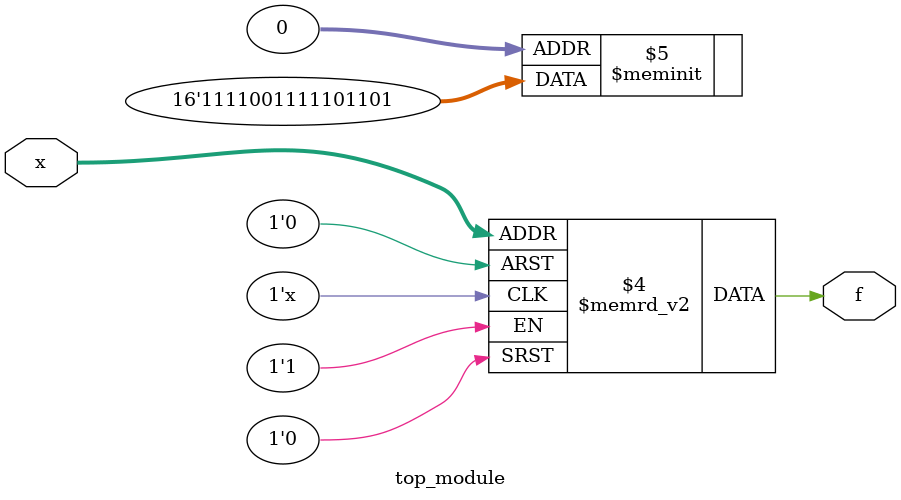
<source format=sv>
module top_module (
	input [4:1] x,
	output logic f
);

always_comb begin
    case (x)
        4'b0000: f = 1; // Choose any value for don't care
        4'b0001: f = 0;
        4'b0011: f = 1;
        4'b0010: f = 1;
        4'b0100: f = 0;
        4'b0101: f = 1;
        4'b0111: f = 1;
        4'b0110: f = 1;
        4'b1000: f = 1;
        4'b1001: f = 1;
        4'b1011: f = 0;
        4'b1010: f = 0;
        4'b1100: f = 1;
        4'b1101: f = 1;
        4'b1111: f = 1;
        4'b1110: f = 1;
        default: f = 0; // Handle any undefined input
    endcase
end

endmodule

</source>
